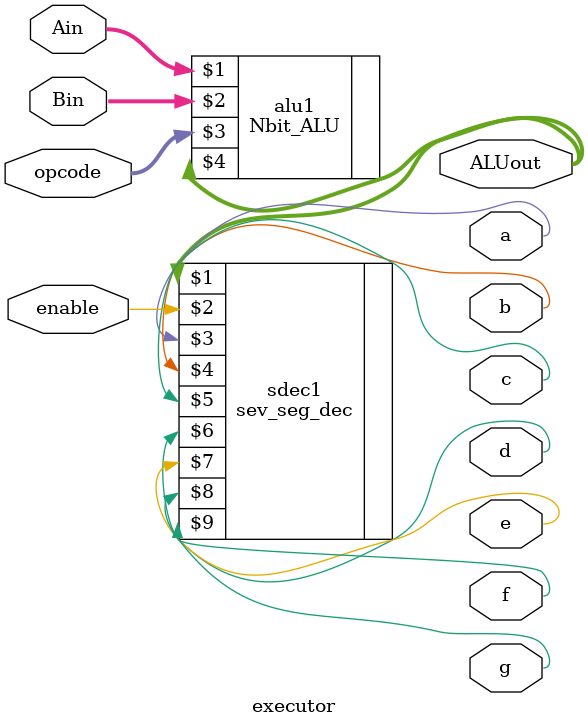
<source format=v>
module executor (Ain, Bin, opcode, enable, ALUout, a, b, c, d, e, f, g);
parameter N = 4;

input [N-1 :0] Ain, Bin;
input [1:0] opcode;
input enable;

output [N-1 :0] ALUout;
output a, b, c, d, e, f, g;

Nbit_ALU alu1 (Ain, Bin, opcode, ALUout);
sev_seg_dec sdec1 (ALUout, enable, a, b, c, d, e, f, g);

endmodule
</source>
